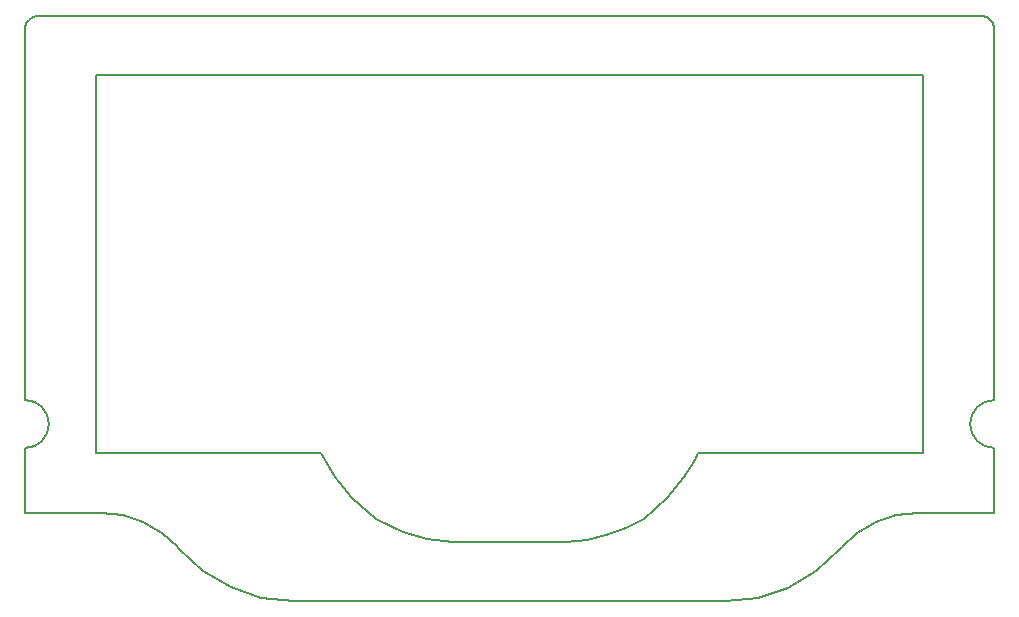
<source format=gbr>
G04 #@! TF.GenerationSoftware,KiCad,Pcbnew,5.0.2-bee76a0~70~ubuntu18.04.1*
G04 #@! TF.CreationDate,2019-04-15T15:51:27+02:00*
G04 #@! TF.ProjectId,DIMMFrame,44494d4d-4672-4616-9d65-2e6b69636164,rev?*
G04 #@! TF.SameCoordinates,Original*
G04 #@! TF.FileFunction,Profile,NP*
%FSLAX46Y46*%
G04 Gerber Fmt 4.6, Leading zero omitted, Abs format (unit mm)*
G04 Created by KiCad (PCBNEW 5.0.2-bee76a0~70~ubuntu18.04.1) date Mo 15 Apr 2019 15:51:27 CEST*
%MOMM*%
%LPD*%
G01*
G04 APERTURE LIST*
%ADD10C,0.200000*%
G04 APERTURE END LIST*
D10*
X126984720Y-127961256D02*
X129005607Y-126092060D01*
X124639903Y-129344072D02*
X126984720Y-127961256D01*
X122056114Y-130201978D02*
X124639903Y-129344072D01*
X101043940Y-85965000D02*
X118547880Y-85965000D01*
X142028584Y-117492059D02*
X141257323Y-117331520D01*
X142028584Y-118868977D02*
X142028584Y-117492059D01*
X142028584Y-120245895D02*
X142028584Y-118868977D01*
X142028584Y-121622813D02*
X142028584Y-120245895D01*
X91890546Y-130496443D02*
X101033143Y-130496443D01*
X82747948Y-130496443D02*
X91890546Y-130496443D01*
X80010754Y-130201044D02*
X82747948Y-130496443D01*
X130489258Y-124690556D02*
X132053343Y-123768727D01*
X129139963Y-125936514D02*
X130489258Y-124690556D01*
X129106361Y-125975400D02*
X129139963Y-125936514D01*
X75572370Y-117927040D02*
X70804210Y-117926910D01*
X80340520Y-117927160D02*
X75572370Y-117927040D01*
X142030145Y-113507288D02*
X142032791Y-105622499D01*
X141258514Y-113667330D02*
X142030145Y-113507288D01*
X140629097Y-114095026D02*
X141258514Y-113667330D01*
X140205023Y-114726885D02*
X140629097Y-114095026D01*
X70804210Y-117926910D02*
X66036060Y-117926770D01*
X135600029Y-123000261D02*
X137207161Y-123000128D01*
X133775780Y-123196730D02*
X135600029Y-123000261D01*
X132053343Y-123768727D02*
X133775780Y-123196730D01*
X142028584Y-122999731D02*
X142028584Y-121622813D01*
X140421452Y-122999864D02*
X142028584Y-122999731D01*
X138814293Y-122999996D02*
X140421452Y-122999864D01*
X137207161Y-123000128D02*
X138814293Y-122999996D01*
X89706310Y-123520600D02*
X87685980Y-121790300D01*
X92020530Y-124651590D02*
X89706310Y-123520600D01*
X129072785Y-126014285D02*
X129106361Y-125975400D01*
X129039183Y-126053174D02*
X129072785Y-126014285D01*
X129005607Y-126092060D02*
X129039183Y-126053174D01*
X140049395Y-115499416D02*
X140205023Y-114726885D01*
X140204705Y-116271735D02*
X140049395Y-115499416D01*
X140628356Y-116903591D02*
X140204705Y-116271735D01*
X141257323Y-117331520D02*
X140628356Y-116903591D01*
X142040728Y-81968130D02*
X141962226Y-81579335D01*
X142038082Y-89852920D02*
X142040728Y-81968130D01*
X142035437Y-97737709D02*
X142038082Y-89852920D01*
X142032791Y-105622499D02*
X142035437Y-97737709D01*
X61880711Y-116274772D02*
X61454070Y-116908113D01*
X62037079Y-115499416D02*
X61880711Y-116274772D01*
X61880552Y-114724224D02*
X62037079Y-115499416D01*
X141041820Y-80969222D02*
X121041993Y-80969222D01*
X141430626Y-81047729D02*
X141041820Y-80969222D01*
X141748126Y-81261817D02*
X141430626Y-81047729D01*
X141962226Y-81579335D02*
X141748126Y-81261817D01*
X73028797Y-126052012D02*
X73061737Y-126089993D01*
X72995830Y-126014029D02*
X73028797Y-126052012D01*
X72962889Y-125976048D02*
X72995830Y-126014029D01*
X136051820Y-85965000D02*
X136051820Y-93955440D01*
X118547880Y-85965000D02*
X136051820Y-85965000D01*
X60045984Y-105622113D02*
X60045984Y-113506773D01*
X60045984Y-97737450D02*
X60045984Y-105622113D01*
X60045984Y-89852790D02*
X60045984Y-97737450D01*
X68298206Y-123197420D02*
X70020590Y-123770042D01*
X66472978Y-123000261D02*
X68298206Y-123197420D01*
X64866216Y-123000128D02*
X66472978Y-123000261D01*
X101043940Y-125451720D02*
X98641270Y-125451720D01*
X103446620Y-125451730D02*
X101043940Y-125451720D01*
X126516220Y-117927770D02*
X121748430Y-117928270D01*
X131284020Y-117927270D02*
X126516220Y-117927770D01*
X85108670Y-117927290D02*
X80340520Y-117927160D01*
X85393070Y-118515800D02*
X85108670Y-117927290D01*
X116980630Y-117928770D02*
X116696010Y-118517040D01*
X121748430Y-117928270D02*
X116980630Y-117928770D01*
X96238600Y-125451720D02*
X95486810Y-125426420D01*
X98641270Y-125451720D02*
X96238600Y-125451720D01*
X136051820Y-101945890D02*
X136051820Y-109936330D01*
X136051820Y-93955440D02*
X136051820Y-101945890D01*
X115838400Y-119963490D02*
X114402130Y-121790530D01*
X116696010Y-118517040D02*
X115838400Y-119963490D01*
X105849290Y-125451730D02*
X103446620Y-125451730D01*
X107562860Y-125307600D02*
X105849290Y-125451730D01*
X112381580Y-123520590D02*
X110851260Y-124301450D01*
X114402130Y-121790530D02*
X112381580Y-123520590D01*
X136051820Y-117926770D02*
X131284020Y-117927270D01*
X136051820Y-109936330D02*
X136051820Y-117926770D01*
X94014080Y-125223280D02*
X92020530Y-124651590D01*
X95486810Y-125426420D02*
X94014080Y-125223280D01*
X109237600Y-124910650D02*
X107562860Y-125307600D01*
X110851260Y-124301450D02*
X109237600Y-124910650D01*
X61453885Y-114091052D02*
X61880552Y-114724224D01*
X60821054Y-113663901D02*
X61453885Y-114091052D01*
X60045984Y-113506773D02*
X60821054Y-113663901D01*
X81042338Y-80969222D02*
X61044892Y-80969222D01*
X101042165Y-80969222D02*
X81042338Y-80969222D01*
X121041993Y-80969222D02*
X101042165Y-80969222D01*
X119318338Y-130496443D02*
X122056114Y-130201978D01*
X110175741Y-130496443D02*
X119318338Y-130496443D01*
X101033143Y-130496443D02*
X110175741Y-130496443D01*
X60045984Y-81968130D02*
X60045984Y-89852790D01*
X60124486Y-81579335D02*
X60045984Y-81968130D01*
X60045984Y-121622943D02*
X60045984Y-122999731D01*
X60045984Y-120246154D02*
X60045984Y-121622943D01*
X60045984Y-118869363D02*
X60045984Y-120246154D01*
X72929949Y-125938064D02*
X72962889Y-125976048D01*
X71583405Y-124692223D02*
X72929949Y-125938064D01*
X70020590Y-123770042D02*
X71583405Y-124692223D01*
X63259481Y-122999996D02*
X64866216Y-123000128D01*
X61652719Y-122999864D02*
X63259481Y-122999996D01*
X60045984Y-122999731D02*
X61652719Y-122999864D01*
X86250200Y-119962750D02*
X85393070Y-118515800D01*
X87685980Y-121790300D02*
X86250200Y-119962750D01*
X60045984Y-117492575D02*
X60045984Y-118869363D01*
X60821187Y-117335394D02*
X60045984Y-117492575D01*
X61454070Y-116908113D02*
X60821187Y-117335394D01*
X66036060Y-117926770D02*
X66036060Y-109936330D01*
X66036060Y-109936330D02*
X66036060Y-101945890D01*
X66036060Y-101945890D02*
X66036060Y-93955440D01*
X66036060Y-93955440D02*
X66036060Y-85965000D01*
X77427415Y-129342254D02*
X80010754Y-130201044D01*
X75082784Y-127958949D02*
X77427415Y-129342254D01*
X73061737Y-126089993D02*
X75082784Y-127958949D01*
X60338560Y-81261817D02*
X60124486Y-81579335D01*
X60656060Y-81047729D02*
X60338560Y-81261817D01*
X61044892Y-80969222D02*
X60656060Y-81047729D01*
X66036060Y-85965000D02*
X83540000Y-85965000D01*
X83540000Y-85965000D02*
X101043940Y-85965000D01*
M02*

</source>
